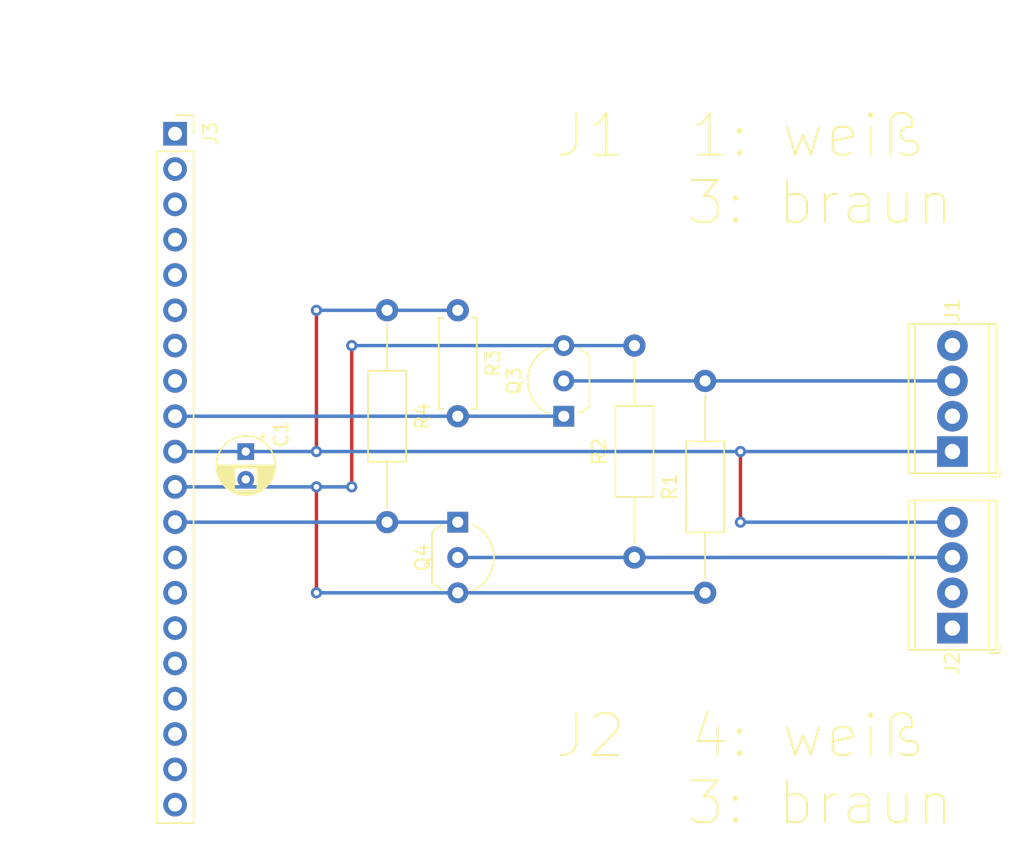
<source format=kicad_pcb>
(kicad_pcb (version 20171130) (host pcbnew "(5.1.10)-1")

  (general
    (thickness 1.6)
    (drawings 16)
    (tracks 28)
    (zones 0)
    (modules 10)
    (nets 7)
  )

  (page A4)
  (title_block
    (title "EHZ Sensor")
    (date 2022-01-01)
    (rev 1.0)
    (company "Andreas Dolp")
    (comment 1 "GitHub: e-cite/ehz-sensor")
  )

  (layers
    (0 F.Cu signal)
    (31 B.Cu signal)
    (32 B.Adhes user)
    (33 F.Adhes user)
    (34 B.Paste user)
    (35 F.Paste user)
    (36 B.SilkS user)
    (37 F.SilkS user)
    (38 B.Mask user)
    (39 F.Mask user)
    (40 Dwgs.User user)
    (41 Cmts.User user)
    (42 Eco1.User user)
    (43 Eco2.User user)
    (44 Edge.Cuts user)
    (45 Margin user)
    (46 B.CrtYd user)
    (47 F.CrtYd user)
    (48 B.Fab user)
    (49 F.Fab user)
  )

  (setup
    (last_trace_width 0.25)
    (trace_clearance 0.2)
    (zone_clearance 0.508)
    (zone_45_only no)
    (trace_min 0.2)
    (via_size 0.8)
    (via_drill 0.4)
    (via_min_size 0.4)
    (via_min_drill 0.3)
    (uvia_size 0.3)
    (uvia_drill 0.1)
    (uvias_allowed no)
    (uvia_min_size 0.2)
    (uvia_min_drill 0.1)
    (edge_width 0.1)
    (segment_width 0.2)
    (pcb_text_width 0.3)
    (pcb_text_size 1.5 1.5)
    (mod_edge_width 0.15)
    (mod_text_size 1 1)
    (mod_text_width 0.15)
    (pad_size 1.524 1.524)
    (pad_drill 0.762)
    (pad_to_mask_clearance 0)
    (aux_axis_origin 0 0)
    (visible_elements 7FFFFFFF)
    (pcbplotparams
      (layerselection 0x010fc_ffffffff)
      (usegerberextensions false)
      (usegerberattributes true)
      (usegerberadvancedattributes true)
      (creategerberjobfile true)
      (excludeedgelayer true)
      (linewidth 0.100000)
      (plotframeref false)
      (viasonmask false)
      (mode 1)
      (useauxorigin false)
      (hpglpennumber 1)
      (hpglpenspeed 20)
      (hpglpendiameter 15.000000)
      (psnegative false)
      (psa4output false)
      (plotreference true)
      (plotvalue true)
      (plotinvisibletext false)
      (padsonsilk false)
      (subtractmaskfromsilk false)
      (outputformat 1)
      (mirror false)
      (drillshape 1)
      (scaleselection 1)
      (outputdirectory ""))
  )

  (net 0 "")
  (net 1 +5V)
  (net 2 GND)
  (net 3 "Net-(J1-Pad3)")
  (net 4 "Net-(J2-Pad3)")
  (net 5 /RXD1)
  (net 6 /RXD2)

  (net_class Default "Dies ist die voreingestellte Netzklasse."
    (clearance 0.2)
    (trace_width 0.25)
    (via_dia 0.8)
    (via_drill 0.4)
    (uvia_dia 0.3)
    (uvia_drill 0.1)
    (add_net +5V)
    (add_net /RXD1)
    (add_net /RXD2)
    (add_net GND)
    (add_net "Net-(J1-Pad3)")
    (add_net "Net-(J2-Pad3)")
  )

  (module Resistor_THT:R_Axial_DIN0207_L6.3mm_D2.5mm_P15.24mm_Horizontal (layer F.Cu) (tedit 5AE5139B) (tstamp 61CE6756)
    (at 147.32 104.14 90)
    (descr "Resistor, Axial_DIN0207 series, Axial, Horizontal, pin pitch=15.24mm, 0.25W = 1/4W, length*diameter=6.3*2.5mm^2, http://cdn-reichelt.de/documents/datenblatt/B400/1_4W%23YAG.pdf")
    (tags "Resistor Axial_DIN0207 series Axial Horizontal pin pitch 15.24mm 0.25W = 1/4W length 6.3mm diameter 2.5mm")
    (path /61491C34)
    (fp_text reference R2 (at 7.62 -2.54 90) (layer F.SilkS)
      (effects (font (size 1 1) (thickness 0.15)))
    )
    (fp_text value 10k (at 2.54 0 90) (layer F.Fab)
      (effects (font (size 1 1) (thickness 0.15)))
    )
    (fp_line (start 4.47 -1.25) (end 4.47 1.25) (layer F.Fab) (width 0.1))
    (fp_line (start 4.47 1.25) (end 10.77 1.25) (layer F.Fab) (width 0.1))
    (fp_line (start 10.77 1.25) (end 10.77 -1.25) (layer F.Fab) (width 0.1))
    (fp_line (start 10.77 -1.25) (end 4.47 -1.25) (layer F.Fab) (width 0.1))
    (fp_line (start 0 0) (end 4.47 0) (layer F.Fab) (width 0.1))
    (fp_line (start 15.24 0) (end 10.77 0) (layer F.Fab) (width 0.1))
    (fp_line (start 4.35 -1.37) (end 4.35 1.37) (layer F.SilkS) (width 0.12))
    (fp_line (start 4.35 1.37) (end 10.89 1.37) (layer F.SilkS) (width 0.12))
    (fp_line (start 10.89 1.37) (end 10.89 -1.37) (layer F.SilkS) (width 0.12))
    (fp_line (start 10.89 -1.37) (end 4.35 -1.37) (layer F.SilkS) (width 0.12))
    (fp_line (start 1.04 0) (end 4.35 0) (layer F.SilkS) (width 0.12))
    (fp_line (start 14.2 0) (end 10.89 0) (layer F.SilkS) (width 0.12))
    (fp_line (start -1.05 -1.5) (end -1.05 1.5) (layer F.CrtYd) (width 0.05))
    (fp_line (start -1.05 1.5) (end 16.29 1.5) (layer F.CrtYd) (width 0.05))
    (fp_line (start 16.29 1.5) (end 16.29 -1.5) (layer F.CrtYd) (width 0.05))
    (fp_line (start 16.29 -1.5) (end -1.05 -1.5) (layer F.CrtYd) (width 0.05))
    (fp_text user %R (at 7.62 0 90) (layer F.Fab)
      (effects (font (size 1 1) (thickness 0.15)))
    )
    (pad 2 thru_hole oval (at 15.24 0 90) (size 1.6 1.6) (drill 0.8) (layers *.Cu *.Mask)
      (net 2 GND))
    (pad 1 thru_hole circle (at 0 0 90) (size 1.6 1.6) (drill 0.8) (layers *.Cu *.Mask)
      (net 4 "Net-(J2-Pad3)"))
    (model ${KISYS3DMOD}/Resistor_THT.3dshapes/R_Axial_DIN0207_L6.3mm_D2.5mm_P15.24mm_Horizontal.wrl
      (at (xyz 0 0 0))
      (scale (xyz 1 1 1))
      (rotate (xyz 0 0 0))
    )
  )

  (module Resistor_THT:R_Axial_DIN0207_L6.3mm_D2.5mm_P15.24mm_Horizontal (layer F.Cu) (tedit 5AE5139B) (tstamp 61CE5CE3)
    (at 152.4 91.44 270)
    (descr "Resistor, Axial_DIN0207 series, Axial, Horizontal, pin pitch=15.24mm, 0.25W = 1/4W, length*diameter=6.3*2.5mm^2, http://cdn-reichelt.de/documents/datenblatt/B400/1_4W%23YAG.pdf")
    (tags "Resistor Axial_DIN0207 series Axial Horizontal pin pitch 15.24mm 0.25W = 1/4W length 6.3mm diameter 2.5mm")
    (path /6129C666)
    (fp_text reference R1 (at 7.62 2.54 90) (layer F.SilkS)
      (effects (font (size 1 1) (thickness 0.15)))
    )
    (fp_text value 10k (at 12.7 0 90) (layer F.Fab)
      (effects (font (size 1 1) (thickness 0.15)))
    )
    (fp_line (start 4.47 -1.25) (end 4.47 1.25) (layer F.Fab) (width 0.1))
    (fp_line (start 4.47 1.25) (end 10.77 1.25) (layer F.Fab) (width 0.1))
    (fp_line (start 10.77 1.25) (end 10.77 -1.25) (layer F.Fab) (width 0.1))
    (fp_line (start 10.77 -1.25) (end 4.47 -1.25) (layer F.Fab) (width 0.1))
    (fp_line (start 0 0) (end 4.47 0) (layer F.Fab) (width 0.1))
    (fp_line (start 15.24 0) (end 10.77 0) (layer F.Fab) (width 0.1))
    (fp_line (start 4.35 -1.37) (end 4.35 1.37) (layer F.SilkS) (width 0.12))
    (fp_line (start 4.35 1.37) (end 10.89 1.37) (layer F.SilkS) (width 0.12))
    (fp_line (start 10.89 1.37) (end 10.89 -1.37) (layer F.SilkS) (width 0.12))
    (fp_line (start 10.89 -1.37) (end 4.35 -1.37) (layer F.SilkS) (width 0.12))
    (fp_line (start 1.04 0) (end 4.35 0) (layer F.SilkS) (width 0.12))
    (fp_line (start 14.2 0) (end 10.89 0) (layer F.SilkS) (width 0.12))
    (fp_line (start -1.05 -1.5) (end -1.05 1.5) (layer F.CrtYd) (width 0.05))
    (fp_line (start -1.05 1.5) (end 16.29 1.5) (layer F.CrtYd) (width 0.05))
    (fp_line (start 16.29 1.5) (end 16.29 -1.5) (layer F.CrtYd) (width 0.05))
    (fp_line (start 16.29 -1.5) (end -1.05 -1.5) (layer F.CrtYd) (width 0.05))
    (fp_text user %R (at 7.62 0 90) (layer F.Fab)
      (effects (font (size 1 1) (thickness 0.15)))
    )
    (pad 2 thru_hole oval (at 15.24 0 270) (size 1.6 1.6) (drill 0.8) (layers *.Cu *.Mask)
      (net 2 GND))
    (pad 1 thru_hole circle (at 0 0 270) (size 1.6 1.6) (drill 0.8) (layers *.Cu *.Mask)
      (net 3 "Net-(J1-Pad3)"))
    (model ${KISYS3DMOD}/Resistor_THT.3dshapes/R_Axial_DIN0207_L6.3mm_D2.5mm_P15.24mm_Horizontal.wrl
      (at (xyz 0 0 0))
      (scale (xyz 1 1 1))
      (rotate (xyz 0 0 0))
    )
  )

  (module Resistor_THT:R_Axial_DIN0207_L6.3mm_D2.5mm_P7.62mm_Horizontal (layer F.Cu) (tedit 5AE5139B) (tstamp 61CE5C1F)
    (at 134.62 86.36 270)
    (descr "Resistor, Axial_DIN0207 series, Axial, Horizontal, pin pitch=7.62mm, 0.25W = 1/4W, length*diameter=6.3*2.5mm^2, http://cdn-reichelt.de/documents/datenblatt/B400/1_4W%23YAG.pdf")
    (tags "Resistor Axial_DIN0207 series Axial Horizontal pin pitch 7.62mm 0.25W = 1/4W length 6.3mm diameter 2.5mm")
    (path /61339553)
    (fp_text reference R3 (at 3.81 -2.54 90) (layer F.SilkS)
      (effects (font (size 1 1) (thickness 0.15)))
    )
    (fp_text value 10k (at 3.81 2.54 90) (layer F.Fab)
      (effects (font (size 1 1) (thickness 0.15)))
    )
    (fp_line (start 0.66 -1.25) (end 0.66 1.25) (layer F.Fab) (width 0.1))
    (fp_line (start 0.66 1.25) (end 6.96 1.25) (layer F.Fab) (width 0.1))
    (fp_line (start 6.96 1.25) (end 6.96 -1.25) (layer F.Fab) (width 0.1))
    (fp_line (start 6.96 -1.25) (end 0.66 -1.25) (layer F.Fab) (width 0.1))
    (fp_line (start 0 0) (end 0.66 0) (layer F.Fab) (width 0.1))
    (fp_line (start 7.62 0) (end 6.96 0) (layer F.Fab) (width 0.1))
    (fp_line (start 0.54 -1.04) (end 0.54 -1.37) (layer F.SilkS) (width 0.12))
    (fp_line (start 0.54 -1.37) (end 7.08 -1.37) (layer F.SilkS) (width 0.12))
    (fp_line (start 7.08 -1.37) (end 7.08 -1.04) (layer F.SilkS) (width 0.12))
    (fp_line (start 0.54 1.04) (end 0.54 1.37) (layer F.SilkS) (width 0.12))
    (fp_line (start 0.54 1.37) (end 7.08 1.37) (layer F.SilkS) (width 0.12))
    (fp_line (start 7.08 1.37) (end 7.08 1.04) (layer F.SilkS) (width 0.12))
    (fp_line (start -1.05 -1.5) (end -1.05 1.5) (layer F.CrtYd) (width 0.05))
    (fp_line (start -1.05 1.5) (end 8.67 1.5) (layer F.CrtYd) (width 0.05))
    (fp_line (start 8.67 1.5) (end 8.67 -1.5) (layer F.CrtYd) (width 0.05))
    (fp_line (start 8.67 -1.5) (end -1.05 -1.5) (layer F.CrtYd) (width 0.05))
    (fp_text user %R (at 3.81 0 90) (layer F.Fab)
      (effects (font (size 1 1) (thickness 0.15)))
    )
    (pad 2 thru_hole oval (at 7.62 0 270) (size 1.6 1.6) (drill 0.8) (layers *.Cu *.Mask)
      (net 5 /RXD1))
    (pad 1 thru_hole circle (at 0 0 270) (size 1.6 1.6) (drill 0.8) (layers *.Cu *.Mask)
      (net 1 +5V))
    (model ${KISYS3DMOD}/Resistor_THT.3dshapes/R_Axial_DIN0207_L6.3mm_D2.5mm_P7.62mm_Horizontal.wrl
      (at (xyz 0 0 0))
      (scale (xyz 1 1 1))
      (rotate (xyz 0 0 0))
    )
  )

  (module Resistor_THT:R_Axial_DIN0207_L6.3mm_D2.5mm_P15.24mm_Horizontal (layer F.Cu) (tedit 5AE5139B) (tstamp 61CE3311)
    (at 129.54 86.36 270)
    (descr "Resistor, Axial_DIN0207 series, Axial, Horizontal, pin pitch=15.24mm, 0.25W = 1/4W, length*diameter=6.3*2.5mm^2, http://cdn-reichelt.de/documents/datenblatt/B400/1_4W%23YAG.pdf")
    (tags "Resistor Axial_DIN0207 series Axial Horizontal pin pitch 15.24mm 0.25W = 1/4W length 6.3mm diameter 2.5mm")
    (path /6149E45B)
    (fp_text reference R4 (at 7.62 -2.54 90) (layer F.SilkS)
      (effects (font (size 1 1) (thickness 0.15)))
    )
    (fp_text value 10k (at 12.7 0 90) (layer F.Fab)
      (effects (font (size 1 1) (thickness 0.15)))
    )
    (fp_line (start 4.47 -1.25) (end 4.47 1.25) (layer F.Fab) (width 0.1))
    (fp_line (start 4.47 1.25) (end 10.77 1.25) (layer F.Fab) (width 0.1))
    (fp_line (start 10.77 1.25) (end 10.77 -1.25) (layer F.Fab) (width 0.1))
    (fp_line (start 10.77 -1.25) (end 4.47 -1.25) (layer F.Fab) (width 0.1))
    (fp_line (start 0 0) (end 4.47 0) (layer F.Fab) (width 0.1))
    (fp_line (start 15.24 0) (end 10.77 0) (layer F.Fab) (width 0.1))
    (fp_line (start 4.35 -1.37) (end 4.35 1.37) (layer F.SilkS) (width 0.12))
    (fp_line (start 4.35 1.37) (end 10.89 1.37) (layer F.SilkS) (width 0.12))
    (fp_line (start 10.89 1.37) (end 10.89 -1.37) (layer F.SilkS) (width 0.12))
    (fp_line (start 10.89 -1.37) (end 4.35 -1.37) (layer F.SilkS) (width 0.12))
    (fp_line (start 1.04 0) (end 4.35 0) (layer F.SilkS) (width 0.12))
    (fp_line (start 14.2 0) (end 10.89 0) (layer F.SilkS) (width 0.12))
    (fp_line (start -1.05 -1.5) (end -1.05 1.5) (layer F.CrtYd) (width 0.05))
    (fp_line (start -1.05 1.5) (end 16.29 1.5) (layer F.CrtYd) (width 0.05))
    (fp_line (start 16.29 1.5) (end 16.29 -1.5) (layer F.CrtYd) (width 0.05))
    (fp_line (start 16.29 -1.5) (end -1.05 -1.5) (layer F.CrtYd) (width 0.05))
    (fp_text user %R (at 7.62 0 90) (layer F.Fab)
      (effects (font (size 1 1) (thickness 0.15)))
    )
    (pad 2 thru_hole oval (at 15.24 0 270) (size 1.6 1.6) (drill 0.8) (layers *.Cu *.Mask)
      (net 6 /RXD2))
    (pad 1 thru_hole circle (at 0 0 270) (size 1.6 1.6) (drill 0.8) (layers *.Cu *.Mask)
      (net 1 +5V))
    (model ${KISYS3DMOD}/Resistor_THT.3dshapes/R_Axial_DIN0207_L6.3mm_D2.5mm_P15.24mm_Horizontal.wrl
      (at (xyz 0 0 0))
      (scale (xyz 1 1 1))
      (rotate (xyz 0 0 0))
    )
  )

  (module Capacitor_THT:CP_Radial_D4.0mm_P2.00mm (layer F.Cu) (tedit 5AE50EF0) (tstamp 61CE8C51)
    (at 119.38 96.52 270)
    (descr "CP, Radial series, Radial, pin pitch=2.00mm, , diameter=4mm, Electrolytic Capacitor")
    (tags "CP Radial series Radial pin pitch 2.00mm  diameter 4mm Electrolytic Capacitor")
    (path /61295D5A)
    (fp_text reference C1 (at -1.27 -2.54 90) (layer F.SilkS)
      (effects (font (size 1 1) (thickness 0.15)))
    )
    (fp_text value 1µ (at 1.27 -2.54 90) (layer F.Fab)
      (effects (font (size 1 1) (thickness 0.15)))
    )
    (fp_line (start -1.069801 -1.395) (end -1.069801 -0.995) (layer F.SilkS) (width 0.12))
    (fp_line (start -1.269801 -1.195) (end -0.869801 -1.195) (layer F.SilkS) (width 0.12))
    (fp_line (start 3.081 -0.37) (end 3.081 0.37) (layer F.SilkS) (width 0.12))
    (fp_line (start 3.041 -0.537) (end 3.041 0.537) (layer F.SilkS) (width 0.12))
    (fp_line (start 3.001 -0.664) (end 3.001 0.664) (layer F.SilkS) (width 0.12))
    (fp_line (start 2.961 -0.768) (end 2.961 0.768) (layer F.SilkS) (width 0.12))
    (fp_line (start 2.921 -0.859) (end 2.921 0.859) (layer F.SilkS) (width 0.12))
    (fp_line (start 2.881 -0.94) (end 2.881 0.94) (layer F.SilkS) (width 0.12))
    (fp_line (start 2.841 -1.013) (end 2.841 1.013) (layer F.SilkS) (width 0.12))
    (fp_line (start 2.801 0.84) (end 2.801 1.08) (layer F.SilkS) (width 0.12))
    (fp_line (start 2.801 -1.08) (end 2.801 -0.84) (layer F.SilkS) (width 0.12))
    (fp_line (start 2.761 0.84) (end 2.761 1.142) (layer F.SilkS) (width 0.12))
    (fp_line (start 2.761 -1.142) (end 2.761 -0.84) (layer F.SilkS) (width 0.12))
    (fp_line (start 2.721 0.84) (end 2.721 1.2) (layer F.SilkS) (width 0.12))
    (fp_line (start 2.721 -1.2) (end 2.721 -0.84) (layer F.SilkS) (width 0.12))
    (fp_line (start 2.681 0.84) (end 2.681 1.254) (layer F.SilkS) (width 0.12))
    (fp_line (start 2.681 -1.254) (end 2.681 -0.84) (layer F.SilkS) (width 0.12))
    (fp_line (start 2.641 0.84) (end 2.641 1.304) (layer F.SilkS) (width 0.12))
    (fp_line (start 2.641 -1.304) (end 2.641 -0.84) (layer F.SilkS) (width 0.12))
    (fp_line (start 2.601 0.84) (end 2.601 1.351) (layer F.SilkS) (width 0.12))
    (fp_line (start 2.601 -1.351) (end 2.601 -0.84) (layer F.SilkS) (width 0.12))
    (fp_line (start 2.561 0.84) (end 2.561 1.396) (layer F.SilkS) (width 0.12))
    (fp_line (start 2.561 -1.396) (end 2.561 -0.84) (layer F.SilkS) (width 0.12))
    (fp_line (start 2.521 0.84) (end 2.521 1.438) (layer F.SilkS) (width 0.12))
    (fp_line (start 2.521 -1.438) (end 2.521 -0.84) (layer F.SilkS) (width 0.12))
    (fp_line (start 2.481 0.84) (end 2.481 1.478) (layer F.SilkS) (width 0.12))
    (fp_line (start 2.481 -1.478) (end 2.481 -0.84) (layer F.SilkS) (width 0.12))
    (fp_line (start 2.441 0.84) (end 2.441 1.516) (layer F.SilkS) (width 0.12))
    (fp_line (start 2.441 -1.516) (end 2.441 -0.84) (layer F.SilkS) (width 0.12))
    (fp_line (start 2.401 0.84) (end 2.401 1.552) (layer F.SilkS) (width 0.12))
    (fp_line (start 2.401 -1.552) (end 2.401 -0.84) (layer F.SilkS) (width 0.12))
    (fp_line (start 2.361 0.84) (end 2.361 1.587) (layer F.SilkS) (width 0.12))
    (fp_line (start 2.361 -1.587) (end 2.361 -0.84) (layer F.SilkS) (width 0.12))
    (fp_line (start 2.321 0.84) (end 2.321 1.619) (layer F.SilkS) (width 0.12))
    (fp_line (start 2.321 -1.619) (end 2.321 -0.84) (layer F.SilkS) (width 0.12))
    (fp_line (start 2.281 0.84) (end 2.281 1.65) (layer F.SilkS) (width 0.12))
    (fp_line (start 2.281 -1.65) (end 2.281 -0.84) (layer F.SilkS) (width 0.12))
    (fp_line (start 2.241 0.84) (end 2.241 1.68) (layer F.SilkS) (width 0.12))
    (fp_line (start 2.241 -1.68) (end 2.241 -0.84) (layer F.SilkS) (width 0.12))
    (fp_line (start 2.201 0.84) (end 2.201 1.708) (layer F.SilkS) (width 0.12))
    (fp_line (start 2.201 -1.708) (end 2.201 -0.84) (layer F.SilkS) (width 0.12))
    (fp_line (start 2.161 0.84) (end 2.161 1.735) (layer F.SilkS) (width 0.12))
    (fp_line (start 2.161 -1.735) (end 2.161 -0.84) (layer F.SilkS) (width 0.12))
    (fp_line (start 2.121 0.84) (end 2.121 1.76) (layer F.SilkS) (width 0.12))
    (fp_line (start 2.121 -1.76) (end 2.121 -0.84) (layer F.SilkS) (width 0.12))
    (fp_line (start 2.081 0.84) (end 2.081 1.785) (layer F.SilkS) (width 0.12))
    (fp_line (start 2.081 -1.785) (end 2.081 -0.84) (layer F.SilkS) (width 0.12))
    (fp_line (start 2.041 0.84) (end 2.041 1.808) (layer F.SilkS) (width 0.12))
    (fp_line (start 2.041 -1.808) (end 2.041 -0.84) (layer F.SilkS) (width 0.12))
    (fp_line (start 2.001 0.84) (end 2.001 1.83) (layer F.SilkS) (width 0.12))
    (fp_line (start 2.001 -1.83) (end 2.001 -0.84) (layer F.SilkS) (width 0.12))
    (fp_line (start 1.961 0.84) (end 1.961 1.851) (layer F.SilkS) (width 0.12))
    (fp_line (start 1.961 -1.851) (end 1.961 -0.84) (layer F.SilkS) (width 0.12))
    (fp_line (start 1.921 0.84) (end 1.921 1.87) (layer F.SilkS) (width 0.12))
    (fp_line (start 1.921 -1.87) (end 1.921 -0.84) (layer F.SilkS) (width 0.12))
    (fp_line (start 1.881 0.84) (end 1.881 1.889) (layer F.SilkS) (width 0.12))
    (fp_line (start 1.881 -1.889) (end 1.881 -0.84) (layer F.SilkS) (width 0.12))
    (fp_line (start 1.841 0.84) (end 1.841 1.907) (layer F.SilkS) (width 0.12))
    (fp_line (start 1.841 -1.907) (end 1.841 -0.84) (layer F.SilkS) (width 0.12))
    (fp_line (start 1.801 0.84) (end 1.801 1.924) (layer F.SilkS) (width 0.12))
    (fp_line (start 1.801 -1.924) (end 1.801 -0.84) (layer F.SilkS) (width 0.12))
    (fp_line (start 1.761 0.84) (end 1.761 1.94) (layer F.SilkS) (width 0.12))
    (fp_line (start 1.761 -1.94) (end 1.761 -0.84) (layer F.SilkS) (width 0.12))
    (fp_line (start 1.721 0.84) (end 1.721 1.954) (layer F.SilkS) (width 0.12))
    (fp_line (start 1.721 -1.954) (end 1.721 -0.84) (layer F.SilkS) (width 0.12))
    (fp_line (start 1.68 0.84) (end 1.68 1.968) (layer F.SilkS) (width 0.12))
    (fp_line (start 1.68 -1.968) (end 1.68 -0.84) (layer F.SilkS) (width 0.12))
    (fp_line (start 1.64 0.84) (end 1.64 1.982) (layer F.SilkS) (width 0.12))
    (fp_line (start 1.64 -1.982) (end 1.64 -0.84) (layer F.SilkS) (width 0.12))
    (fp_line (start 1.6 0.84) (end 1.6 1.994) (layer F.SilkS) (width 0.12))
    (fp_line (start 1.6 -1.994) (end 1.6 -0.84) (layer F.SilkS) (width 0.12))
    (fp_line (start 1.56 0.84) (end 1.56 2.005) (layer F.SilkS) (width 0.12))
    (fp_line (start 1.56 -2.005) (end 1.56 -0.84) (layer F.SilkS) (width 0.12))
    (fp_line (start 1.52 0.84) (end 1.52 2.016) (layer F.SilkS) (width 0.12))
    (fp_line (start 1.52 -2.016) (end 1.52 -0.84) (layer F.SilkS) (width 0.12))
    (fp_line (start 1.48 0.84) (end 1.48 2.025) (layer F.SilkS) (width 0.12))
    (fp_line (start 1.48 -2.025) (end 1.48 -0.84) (layer F.SilkS) (width 0.12))
    (fp_line (start 1.44 0.84) (end 1.44 2.034) (layer F.SilkS) (width 0.12))
    (fp_line (start 1.44 -2.034) (end 1.44 -0.84) (layer F.SilkS) (width 0.12))
    (fp_line (start 1.4 0.84) (end 1.4 2.042) (layer F.SilkS) (width 0.12))
    (fp_line (start 1.4 -2.042) (end 1.4 -0.84) (layer F.SilkS) (width 0.12))
    (fp_line (start 1.36 0.84) (end 1.36 2.05) (layer F.SilkS) (width 0.12))
    (fp_line (start 1.36 -2.05) (end 1.36 -0.84) (layer F.SilkS) (width 0.12))
    (fp_line (start 1.32 0.84) (end 1.32 2.056) (layer F.SilkS) (width 0.12))
    (fp_line (start 1.32 -2.056) (end 1.32 -0.84) (layer F.SilkS) (width 0.12))
    (fp_line (start 1.28 0.84) (end 1.28 2.062) (layer F.SilkS) (width 0.12))
    (fp_line (start 1.28 -2.062) (end 1.28 -0.84) (layer F.SilkS) (width 0.12))
    (fp_line (start 1.24 0.84) (end 1.24 2.067) (layer F.SilkS) (width 0.12))
    (fp_line (start 1.24 -2.067) (end 1.24 -0.84) (layer F.SilkS) (width 0.12))
    (fp_line (start 1.2 0.84) (end 1.2 2.071) (layer F.SilkS) (width 0.12))
    (fp_line (start 1.2 -2.071) (end 1.2 -0.84) (layer F.SilkS) (width 0.12))
    (fp_line (start 1.16 -2.074) (end 1.16 2.074) (layer F.SilkS) (width 0.12))
    (fp_line (start 1.12 -2.077) (end 1.12 2.077) (layer F.SilkS) (width 0.12))
    (fp_line (start 1.08 -2.079) (end 1.08 2.079) (layer F.SilkS) (width 0.12))
    (fp_line (start 1.04 -2.08) (end 1.04 2.08) (layer F.SilkS) (width 0.12))
    (fp_line (start 1 -2.08) (end 1 2.08) (layer F.SilkS) (width 0.12))
    (fp_line (start -0.502554 -1.0675) (end -0.502554 -0.6675) (layer F.Fab) (width 0.1))
    (fp_line (start -0.702554 -0.8675) (end -0.302554 -0.8675) (layer F.Fab) (width 0.1))
    (fp_circle (center 1 0) (end 3.25 0) (layer F.CrtYd) (width 0.05))
    (fp_circle (center 1 0) (end 3.12 0) (layer F.SilkS) (width 0.12))
    (fp_circle (center 1 0) (end 3 0) (layer F.Fab) (width 0.1))
    (fp_text user %R (at 1 0 90) (layer F.Fab)
      (effects (font (size 0.8 0.8) (thickness 0.12)))
    )
    (pad 1 thru_hole rect (at 0 0 270) (size 1.2 1.2) (drill 0.6) (layers *.Cu *.Mask)
      (net 1 +5V))
    (pad 2 thru_hole circle (at 2 0 270) (size 1.2 1.2) (drill 0.6) (layers *.Cu *.Mask)
      (net 2 GND))
    (model ${KISYS3DMOD}/Capacitor_THT.3dshapes/CP_Radial_D4.0mm_P2.00mm.wrl
      (at (xyz 0 0 0))
      (scale (xyz 1 1 1))
      (rotate (xyz 0 0 0))
    )
  )

  (module TerminalBlock_Phoenix:TerminalBlock_Phoenix_MPT-0,5-4-2.54_1x04_P2.54mm_Horizontal (layer F.Cu) (tedit 5B294F98) (tstamp 61D06A6D)
    (at 170.18 96.52 90)
    (descr "Terminal Block Phoenix MPT-0,5-4-2.54, 4 pins, pitch 2.54mm, size 10.6x6.2mm^2, drill diamater 1.1mm, pad diameter 2.2mm, see http://www.mouser.com/ds/2/324/ItemDetail_1725672-916605.pdf, script-generated using https://github.com/pointhi/kicad-footprint-generator/scripts/TerminalBlock_Phoenix")
    (tags "THT Terminal Block Phoenix MPT-0,5-4-2.54 pitch 2.54mm size 10.6x6.2mm^2 drill 1.1mm pad 2.2mm")
    (path /6146A3CA)
    (fp_text reference J1 (at 10.16 0 90) (layer F.SilkS)
      (effects (font (size 1 1) (thickness 0.15)))
    )
    (fp_text value Screw-Terminal (at 3.81 4.16 90) (layer F.Fab)
      (effects (font (size 1 1) (thickness 0.15)))
    )
    (fp_circle (center 0 0) (end 1.1 0) (layer F.Fab) (width 0.1))
    (fp_circle (center 2.54 0) (end 3.64 0) (layer F.Fab) (width 0.1))
    (fp_circle (center 5.08 0) (end 6.18 0) (layer F.Fab) (width 0.1))
    (fp_circle (center 7.62 0) (end 8.72 0) (layer F.Fab) (width 0.1))
    (fp_line (start -1.5 -3.1) (end 9.12 -3.1) (layer F.Fab) (width 0.1))
    (fp_line (start 9.12 -3.1) (end 9.12 3.1) (layer F.Fab) (width 0.1))
    (fp_line (start 9.12 3.1) (end -1 3.1) (layer F.Fab) (width 0.1))
    (fp_line (start -1 3.1) (end -1.5 2.6) (layer F.Fab) (width 0.1))
    (fp_line (start -1.5 2.6) (end -1.5 -3.1) (layer F.Fab) (width 0.1))
    (fp_line (start -1.5 2.6) (end 9.12 2.6) (layer F.Fab) (width 0.1))
    (fp_line (start -1.56 2.6) (end 9.18 2.6) (layer F.SilkS) (width 0.12))
    (fp_line (start -1.5 -2.7) (end 9.12 -2.7) (layer F.Fab) (width 0.1))
    (fp_line (start -1.56 -2.7) (end 9.18 -2.7) (layer F.SilkS) (width 0.12))
    (fp_line (start -1.56 -3.16) (end 9.18 -3.16) (layer F.SilkS) (width 0.12))
    (fp_line (start -1.56 3.16) (end 9.18 3.16) (layer F.SilkS) (width 0.12))
    (fp_line (start -1.56 -3.16) (end -1.56 3.16) (layer F.SilkS) (width 0.12))
    (fp_line (start 9.18 -3.16) (end 9.18 3.16) (layer F.SilkS) (width 0.12))
    (fp_line (start 0.835 -0.7) (end -0.701 0.835) (layer F.Fab) (width 0.1))
    (fp_line (start 0.701 -0.835) (end -0.835 0.7) (layer F.Fab) (width 0.1))
    (fp_line (start 3.375 -0.7) (end 1.84 0.835) (layer F.Fab) (width 0.1))
    (fp_line (start 3.241 -0.835) (end 1.706 0.7) (layer F.Fab) (width 0.1))
    (fp_line (start 5.915 -0.7) (end 4.38 0.835) (layer F.Fab) (width 0.1))
    (fp_line (start 5.781 -0.835) (end 4.246 0.7) (layer F.Fab) (width 0.1))
    (fp_line (start 8.455 -0.7) (end 6.92 0.835) (layer F.Fab) (width 0.1))
    (fp_line (start 8.321 -0.835) (end 6.786 0.7) (layer F.Fab) (width 0.1))
    (fp_line (start -1.8 2.66) (end -1.8 3.4) (layer F.SilkS) (width 0.12))
    (fp_line (start -1.8 3.4) (end -1.3 3.4) (layer F.SilkS) (width 0.12))
    (fp_line (start -2 -3.6) (end -2 3.6) (layer F.CrtYd) (width 0.05))
    (fp_line (start -2 3.6) (end 9.63 3.6) (layer F.CrtYd) (width 0.05))
    (fp_line (start 9.63 3.6) (end 9.63 -3.6) (layer F.CrtYd) (width 0.05))
    (fp_line (start 9.63 -3.6) (end -2 -3.6) (layer F.CrtYd) (width 0.05))
    (fp_text user %R (at 3.81 2 90) (layer F.Fab)
      (effects (font (size 1 1) (thickness 0.15)))
    )
    (pad 4 thru_hole circle (at 7.62 0 90) (size 2.2 2.2) (drill 1.1) (layers *.Cu *.Mask))
    (pad 3 thru_hole circle (at 5.08 0 90) (size 2.2 2.2) (drill 1.1) (layers *.Cu *.Mask)
      (net 3 "Net-(J1-Pad3)"))
    (pad 2 thru_hole circle (at 2.54 0 90) (size 2.2 2.2) (drill 1.1) (layers *.Cu *.Mask))
    (pad 1 thru_hole rect (at 0 0 90) (size 2.2 2.2) (drill 1.1) (layers *.Cu *.Mask)
      (net 1 +5V))
    (model ${KISYS3DMOD}/TerminalBlock_Phoenix.3dshapes/TerminalBlock_Phoenix_MPT-0,5-4-2.54_1x04_P2.54mm_Horizontal.wrl
      (at (xyz 0 0 0))
      (scale (xyz 1 1 1))
      (rotate (xyz 0 0 0))
    )
  )

  (module TerminalBlock_Phoenix:TerminalBlock_Phoenix_MPT-0,5-4-2.54_1x04_P2.54mm_Horizontal (layer F.Cu) (tedit 5B294F98) (tstamp 61D069F8)
    (at 170.18 109.22 90)
    (descr "Terminal Block Phoenix MPT-0,5-4-2.54, 4 pins, pitch 2.54mm, size 10.6x6.2mm^2, drill diamater 1.1mm, pad diameter 2.2mm, see http://www.mouser.com/ds/2/324/ItemDetail_1725672-916605.pdf, script-generated using https://github.com/pointhi/kicad-footprint-generator/scripts/TerminalBlock_Phoenix")
    (tags "THT Terminal Block Phoenix MPT-0,5-4-2.54 pitch 2.54mm size 10.6x6.2mm^2 drill 1.1mm pad 2.2mm")
    (path /6143C592)
    (fp_text reference J2 (at -2.54 0 90) (layer F.SilkS)
      (effects (font (size 1 1) (thickness 0.15)))
    )
    (fp_text value Screw-Terminal (at 3.81 4.16 90) (layer F.Fab)
      (effects (font (size 1 1) (thickness 0.15)))
    )
    (fp_line (start 9.63 -3.6) (end -2 -3.6) (layer F.CrtYd) (width 0.05))
    (fp_line (start 9.63 3.6) (end 9.63 -3.6) (layer F.CrtYd) (width 0.05))
    (fp_line (start -2 3.6) (end 9.63 3.6) (layer F.CrtYd) (width 0.05))
    (fp_line (start -2 -3.6) (end -2 3.6) (layer F.CrtYd) (width 0.05))
    (fp_line (start -1.8 3.4) (end -1.3 3.4) (layer F.SilkS) (width 0.12))
    (fp_line (start -1.8 2.66) (end -1.8 3.4) (layer F.SilkS) (width 0.12))
    (fp_line (start 8.321 -0.835) (end 6.786 0.7) (layer F.Fab) (width 0.1))
    (fp_line (start 8.455 -0.7) (end 6.92 0.835) (layer F.Fab) (width 0.1))
    (fp_line (start 5.781 -0.835) (end 4.246 0.7) (layer F.Fab) (width 0.1))
    (fp_line (start 5.915 -0.7) (end 4.38 0.835) (layer F.Fab) (width 0.1))
    (fp_line (start 3.241 -0.835) (end 1.706 0.7) (layer F.Fab) (width 0.1))
    (fp_line (start 3.375 -0.7) (end 1.84 0.835) (layer F.Fab) (width 0.1))
    (fp_line (start 0.701 -0.835) (end -0.835 0.7) (layer F.Fab) (width 0.1))
    (fp_line (start 0.835 -0.7) (end -0.701 0.835) (layer F.Fab) (width 0.1))
    (fp_line (start 9.18 -3.16) (end 9.18 3.16) (layer F.SilkS) (width 0.12))
    (fp_line (start -1.56 -3.16) (end -1.56 3.16) (layer F.SilkS) (width 0.12))
    (fp_line (start -1.56 3.16) (end 9.18 3.16) (layer F.SilkS) (width 0.12))
    (fp_line (start -1.56 -3.16) (end 9.18 -3.16) (layer F.SilkS) (width 0.12))
    (fp_line (start -1.56 -2.7) (end 9.18 -2.7) (layer F.SilkS) (width 0.12))
    (fp_line (start -1.5 -2.7) (end 9.12 -2.7) (layer F.Fab) (width 0.1))
    (fp_line (start -1.56 2.6) (end 9.18 2.6) (layer F.SilkS) (width 0.12))
    (fp_line (start -1.5 2.6) (end 9.12 2.6) (layer F.Fab) (width 0.1))
    (fp_line (start -1.5 2.6) (end -1.5 -3.1) (layer F.Fab) (width 0.1))
    (fp_line (start -1 3.1) (end -1.5 2.6) (layer F.Fab) (width 0.1))
    (fp_line (start 9.12 3.1) (end -1 3.1) (layer F.Fab) (width 0.1))
    (fp_line (start 9.12 -3.1) (end 9.12 3.1) (layer F.Fab) (width 0.1))
    (fp_line (start -1.5 -3.1) (end 9.12 -3.1) (layer F.Fab) (width 0.1))
    (fp_circle (center 7.62 0) (end 8.72 0) (layer F.Fab) (width 0.1))
    (fp_circle (center 5.08 0) (end 6.18 0) (layer F.Fab) (width 0.1))
    (fp_circle (center 2.54 0) (end 3.64 0) (layer F.Fab) (width 0.1))
    (fp_circle (center 0 0) (end 1.1 0) (layer F.Fab) (width 0.1))
    (fp_text user %R (at 3.81 2 90) (layer F.Fab)
      (effects (font (size 1 1) (thickness 0.15)))
    )
    (pad 1 thru_hole rect (at 0 0 90) (size 2.2 2.2) (drill 1.1) (layers *.Cu *.Mask))
    (pad 2 thru_hole circle (at 2.54 0 90) (size 2.2 2.2) (drill 1.1) (layers *.Cu *.Mask))
    (pad 3 thru_hole circle (at 5.08 0 90) (size 2.2 2.2) (drill 1.1) (layers *.Cu *.Mask)
      (net 4 "Net-(J2-Pad3)"))
    (pad 4 thru_hole circle (at 7.62 0 90) (size 2.2 2.2) (drill 1.1) (layers *.Cu *.Mask)
      (net 1 +5V))
    (model ${KISYS3DMOD}/TerminalBlock_Phoenix.3dshapes/TerminalBlock_Phoenix_MPT-0,5-4-2.54_1x04_P2.54mm_Horizontal.wrl
      (at (xyz 0 0 0))
      (scale (xyz 1 1 1))
      (rotate (xyz 0 0 0))
    )
  )

  (module Connector_PinSocket_2.54mm:PinSocket_1x20_P2.54mm_Vertical (layer F.Cu) (tedit 5A19A41E) (tstamp 61CE8F12)
    (at 114.3 73.66)
    (descr "Through hole straight socket strip, 1x20, 2.54mm pitch, single row (from Kicad 4.0.7), script generated")
    (tags "Through hole socket strip THT 1x20 2.54mm single row")
    (path /61CEF7F0)
    (fp_text reference J3 (at 2.54 0 90) (layer F.SilkS)
      (effects (font (size 1 1) (thickness 0.15)))
    )
    (fp_text value "Buchsenleiste 20x" (at 2.54 8.89 90) (layer F.Fab)
      (effects (font (size 1 1) (thickness 0.15)))
    )
    (fp_line (start -1.8 50) (end -1.8 -1.8) (layer F.CrtYd) (width 0.05))
    (fp_line (start 1.75 50) (end -1.8 50) (layer F.CrtYd) (width 0.05))
    (fp_line (start 1.75 -1.8) (end 1.75 50) (layer F.CrtYd) (width 0.05))
    (fp_line (start -1.8 -1.8) (end 1.75 -1.8) (layer F.CrtYd) (width 0.05))
    (fp_line (start 0 -1.33) (end 1.33 -1.33) (layer F.SilkS) (width 0.12))
    (fp_line (start 1.33 -1.33) (end 1.33 0) (layer F.SilkS) (width 0.12))
    (fp_line (start 1.33 1.27) (end 1.33 49.59) (layer F.SilkS) (width 0.12))
    (fp_line (start -1.33 49.59) (end 1.33 49.59) (layer F.SilkS) (width 0.12))
    (fp_line (start -1.33 1.27) (end -1.33 49.59) (layer F.SilkS) (width 0.12))
    (fp_line (start -1.33 1.27) (end 1.33 1.27) (layer F.SilkS) (width 0.12))
    (fp_line (start -1.27 49.53) (end -1.27 -1.27) (layer F.Fab) (width 0.1))
    (fp_line (start 1.27 49.53) (end -1.27 49.53) (layer F.Fab) (width 0.1))
    (fp_line (start 1.27 -0.635) (end 1.27 49.53) (layer F.Fab) (width 0.1))
    (fp_line (start 0.635 -1.27) (end 1.27 -0.635) (layer F.Fab) (width 0.1))
    (fp_line (start -1.27 -1.27) (end 0.635 -1.27) (layer F.Fab) (width 0.1))
    (fp_text user %R (at 2.54 17.78 90) (layer F.Fab)
      (effects (font (size 1 1) (thickness 0.15)))
    )
    (pad 1 thru_hole rect (at 0 0) (size 1.7 1.7) (drill 1) (layers *.Cu *.Mask))
    (pad 2 thru_hole oval (at 0 2.54) (size 1.7 1.7) (drill 1) (layers *.Cu *.Mask))
    (pad 3 thru_hole oval (at 0 5.08) (size 1.7 1.7) (drill 1) (layers *.Cu *.Mask))
    (pad 4 thru_hole oval (at 0 7.62) (size 1.7 1.7) (drill 1) (layers *.Cu *.Mask))
    (pad 5 thru_hole oval (at 0 10.16) (size 1.7 1.7) (drill 1) (layers *.Cu *.Mask))
    (pad 6 thru_hole oval (at 0 12.7) (size 1.7 1.7) (drill 1) (layers *.Cu *.Mask))
    (pad 7 thru_hole oval (at 0 15.24) (size 1.7 1.7) (drill 1) (layers *.Cu *.Mask))
    (pad 8 thru_hole oval (at 0 17.78) (size 1.7 1.7) (drill 1) (layers *.Cu *.Mask))
    (pad 9 thru_hole oval (at 0 20.32) (size 1.7 1.7) (drill 1) (layers *.Cu *.Mask)
      (net 5 /RXD1))
    (pad 10 thru_hole oval (at 0 22.86) (size 1.7 1.7) (drill 1) (layers *.Cu *.Mask)
      (net 1 +5V))
    (pad 11 thru_hole oval (at 0 25.4) (size 1.7 1.7) (drill 1) (layers *.Cu *.Mask)
      (net 2 GND))
    (pad 12 thru_hole oval (at 0 27.94) (size 1.7 1.7) (drill 1) (layers *.Cu *.Mask)
      (net 6 /RXD2))
    (pad 13 thru_hole oval (at 0 30.48) (size 1.7 1.7) (drill 1) (layers *.Cu *.Mask))
    (pad 14 thru_hole oval (at 0 33.02) (size 1.7 1.7) (drill 1) (layers *.Cu *.Mask))
    (pad 15 thru_hole oval (at 0 35.56) (size 1.7 1.7) (drill 1) (layers *.Cu *.Mask))
    (pad 16 thru_hole oval (at 0 38.1) (size 1.7 1.7) (drill 1) (layers *.Cu *.Mask))
    (pad 17 thru_hole oval (at 0 40.64) (size 1.7 1.7) (drill 1) (layers *.Cu *.Mask))
    (pad 18 thru_hole oval (at 0 43.18) (size 1.7 1.7) (drill 1) (layers *.Cu *.Mask))
    (pad 19 thru_hole oval (at 0 45.72) (size 1.7 1.7) (drill 1) (layers *.Cu *.Mask))
    (pad 20 thru_hole oval (at 0 48.26) (size 1.7 1.7) (drill 1) (layers *.Cu *.Mask))
    (model ${KISYS3DMOD}/Connector_PinSocket_2.54mm.3dshapes/PinSocket_1x20_P2.54mm_Vertical.wrl
      (at (xyz 0 0 0))
      (scale (xyz 1 1 1))
      (rotate (xyz 0 0 0))
    )
  )

  (module Package_TO_SOT_THT:TO-92_Inline_Wide (layer F.Cu) (tedit 5A02FF81) (tstamp 61CE5DDC)
    (at 142.24 93.98 90)
    (descr "TO-92 leads in-line, wide, drill 0.75mm (see NXP sot054_po.pdf)")
    (tags "to-92 sc-43 sc-43a sot54 PA33 transistor")
    (path /612F8AA0)
    (fp_text reference Q3 (at 2.54 -3.56 90) (layer F.SilkS)
      (effects (font (size 1 1) (thickness 0.15)))
    )
    (fp_text value BC548 (at 2.54 2.79 90) (layer F.Fab)
      (effects (font (size 1 1) (thickness 0.15)))
    )
    (fp_line (start 0.74 1.85) (end 4.34 1.85) (layer F.SilkS) (width 0.12))
    (fp_line (start 0.8 1.75) (end 4.3 1.75) (layer F.Fab) (width 0.1))
    (fp_line (start -1.01 -2.73) (end 6.09 -2.73) (layer F.CrtYd) (width 0.05))
    (fp_line (start -1.01 -2.73) (end -1.01 2.01) (layer F.CrtYd) (width 0.05))
    (fp_line (start 6.09 2.01) (end 6.09 -2.73) (layer F.CrtYd) (width 0.05))
    (fp_line (start 6.09 2.01) (end -1.01 2.01) (layer F.CrtYd) (width 0.05))
    (fp_arc (start 2.54 0) (end 4.34 1.85) (angle -20) (layer F.SilkS) (width 0.12))
    (fp_arc (start 2.54 0) (end 2.54 -2.48) (angle -135) (layer F.Fab) (width 0.1))
    (fp_arc (start 2.54 0) (end 2.54 -2.48) (angle 135) (layer F.Fab) (width 0.1))
    (fp_arc (start 2.54 0) (end 2.54 -2.6) (angle 65) (layer F.SilkS) (width 0.12))
    (fp_arc (start 2.54 0) (end 2.54 -2.6) (angle -65) (layer F.SilkS) (width 0.12))
    (fp_arc (start 2.54 0) (end 0.74 1.85) (angle 20) (layer F.SilkS) (width 0.12))
    (fp_text user %R (at 2.54 0 90) (layer F.Fab)
      (effects (font (size 1 1) (thickness 0.15)))
    )
    (pad 1 thru_hole rect (at 0 0 90) (size 1.5 1.5) (drill 0.8) (layers *.Cu *.Mask)
      (net 5 /RXD1))
    (pad 3 thru_hole circle (at 5.08 0 90) (size 1.5 1.5) (drill 0.8) (layers *.Cu *.Mask)
      (net 2 GND))
    (pad 2 thru_hole circle (at 2.54 0 90) (size 1.5 1.5) (drill 0.8) (layers *.Cu *.Mask)
      (net 3 "Net-(J1-Pad3)"))
    (model ${KISYS3DMOD}/Package_TO_SOT_THT.3dshapes/TO-92_Inline_Wide.wrl
      (at (xyz 0 0 0))
      (scale (xyz 1 1 1))
      (rotate (xyz 0 0 0))
    )
  )

  (module Package_TO_SOT_THT:TO-92_Inline_Wide (layer F.Cu) (tedit 5A02FF81) (tstamp 61CE81CD)
    (at 134.62 101.6 270)
    (descr "TO-92 leads in-line, wide, drill 0.75mm (see NXP sot054_po.pdf)")
    (tags "to-92 sc-43 sc-43a sot54 PA33 transistor")
    (path /614A0554)
    (fp_text reference Q4 (at 2.54 2.54 90) (layer F.SilkS)
      (effects (font (size 1 1) (thickness 0.15)))
    )
    (fp_text value BC548 (at 2.54 -3.81 90) (layer F.Fab)
      (effects (font (size 1 1) (thickness 0.15)))
    )
    (fp_line (start 6.09 2.01) (end -1.01 2.01) (layer F.CrtYd) (width 0.05))
    (fp_line (start 6.09 2.01) (end 6.09 -2.73) (layer F.CrtYd) (width 0.05))
    (fp_line (start -1.01 -2.73) (end -1.01 2.01) (layer F.CrtYd) (width 0.05))
    (fp_line (start -1.01 -2.73) (end 6.09 -2.73) (layer F.CrtYd) (width 0.05))
    (fp_line (start 0.8 1.75) (end 4.3 1.75) (layer F.Fab) (width 0.1))
    (fp_line (start 0.74 1.85) (end 4.34 1.85) (layer F.SilkS) (width 0.12))
    (fp_text user %R (at 2.54 0 90) (layer F.Fab)
      (effects (font (size 1 1) (thickness 0.15)))
    )
    (fp_arc (start 2.54 0) (end 0.74 1.85) (angle 20) (layer F.SilkS) (width 0.12))
    (fp_arc (start 2.54 0) (end 2.54 -2.6) (angle -65) (layer F.SilkS) (width 0.12))
    (fp_arc (start 2.54 0) (end 2.54 -2.6) (angle 65) (layer F.SilkS) (width 0.12))
    (fp_arc (start 2.54 0) (end 2.54 -2.48) (angle 135) (layer F.Fab) (width 0.1))
    (fp_arc (start 2.54 0) (end 2.54 -2.48) (angle -135) (layer F.Fab) (width 0.1))
    (fp_arc (start 2.54 0) (end 4.34 1.85) (angle -20) (layer F.SilkS) (width 0.12))
    (pad 2 thru_hole circle (at 2.54 0 270) (size 1.5 1.5) (drill 0.8) (layers *.Cu *.Mask)
      (net 4 "Net-(J2-Pad3)"))
    (pad 3 thru_hole circle (at 5.08 0 270) (size 1.5 1.5) (drill 0.8) (layers *.Cu *.Mask)
      (net 2 GND))
    (pad 1 thru_hole rect (at 0 0 270) (size 1.5 1.5) (drill 0.8) (layers *.Cu *.Mask)
      (net 6 /RXD2))
    (model ${KISYS3DMOD}/Package_TO_SOT_THT.3dshapes/TO-92_Inline_Wide.wrl
      (at (xyz 0 0 0))
      (scale (xyz 1 1 1))
      (rotate (xyz 0 0 0))
    )
  )

  (gr_text "J2  4: weiß\n     3: braun" (at 154.94 119.38) (layer F.SilkS) (tstamp 61D06C5F)
    (effects (font (size 3 3) (thickness 0.15)))
  )
  (gr_text "J1  1: weiß\n     3: braun" (at 154.94 76.2) (layer F.SilkS)
    (effects (font (size 3 3) (thickness 0.15)))
  )
  (gr_text RXD1 (at 111.76 93.98) (layer F.Fab)
    (effects (font (size 1 1) (thickness 0.15)) (justify right))
  )
  (gr_text +VDD (at 111.76 96.52) (layer F.Fab)
    (effects (font (size 1 1) (thickness 0.15)) (justify right))
  )
  (gr_text -GND (at 111.76 99.06) (layer F.Fab)
    (effects (font (size 1 1) (thickness 0.15)) (justify right))
  )
  (gr_text RXD2 (at 111.76 101.6) (layer F.Fab)
    (effects (font (size 1 1) (thickness 0.15)) (justify right))
  )
  (gr_poly (pts (xy 166.37 90.17) (xy 163.83 90.17) (xy 163.83 87.63) (xy 166.37 87.63)) (layer Dwgs.User) (width 0.1) (tstamp 61D06ABF))
  (gr_poly (pts (xy 166.37 95.25) (xy 163.83 95.25) (xy 163.83 92.71) (xy 166.37 92.71)) (layer Dwgs.User) (width 0.1) (tstamp 61D06AC2))
  (gr_poly (pts (xy 143.51 102.87) (xy 140.97 102.87) (xy 140.97 100.33) (xy 143.51 100.33)) (layer Dwgs.User) (width 0.1))
  (gr_poly (pts (xy 166.37 110.49) (xy 163.83 110.49) (xy 163.83 105.41) (xy 166.37 105.41)) (layer Dwgs.User) (width 0.1) (tstamp 61D06ABC))
  (dimension 53.34 (width 0.15) (layer Dwgs.User) (tstamp 61D06C23)
    (gr_text "53,340 mm" (at 105.38 97.79 90) (layer Dwgs.User) (tstamp 61D06C24)
      (effects (font (size 1 1) (thickness 0.15)))
    )
    (feature1 (pts (xy 111.76 71.12) (xy 106.093579 71.12)))
    (feature2 (pts (xy 111.76 124.46) (xy 106.093579 124.46)))
    (crossbar (pts (xy 106.68 124.46) (xy 106.68 71.12)))
    (arrow1a (pts (xy 106.68 71.12) (xy 107.266421 72.246504)))
    (arrow1b (pts (xy 106.68 71.12) (xy 106.093579 72.246504)))
    (arrow2a (pts (xy 106.68 124.46) (xy 107.266421 123.333496)))
    (arrow2b (pts (xy 106.68 124.46) (xy 106.093579 123.333496)))
  )
  (dimension 63.5 (width 0.15) (layer Dwgs.User)
    (gr_text "63,500 mm" (at 143.51 64.74) (layer Dwgs.User)
      (effects (font (size 1 1) (thickness 0.15)))
    )
    (feature1 (pts (xy 175.26 71.12) (xy 175.26 65.453579)))
    (feature2 (pts (xy 111.76 71.12) (xy 111.76 65.453579)))
    (crossbar (pts (xy 111.76 66.04) (xy 175.26 66.04)))
    (arrow1a (pts (xy 175.26 66.04) (xy 174.133496 66.626421)))
    (arrow1b (pts (xy 175.26 66.04) (xy 174.133496 65.453579)))
    (arrow2a (pts (xy 111.76 66.04) (xy 112.886504 66.626421)))
    (arrow2b (pts (xy 111.76 66.04) (xy 112.886504 65.453579)))
  )
  (gr_line (start 175.26 71.12) (end 111.76 71.12) (layer Dwgs.User) (width 0.15) (tstamp 61CE0DB0))
  (gr_line (start 175.26 124.46) (end 175.26 71.12) (layer Dwgs.User) (width 0.15))
  (gr_line (start 111.76 124.46) (end 175.26 124.46) (layer Dwgs.User) (width 0.15) (tstamp 61D06C28))
  (gr_line (start 111.76 71.12) (end 111.76 124.46) (layer Dwgs.User) (width 0.15) (tstamp 61D06C1F))

  (via (at 124.46 96.52) (size 0.8) (drill 0.4) (layers F.Cu B.Cu) (net 1))
  (via (at 124.46 86.36) (size 0.8) (drill 0.4) (layers F.Cu B.Cu) (net 1))
  (segment (start 124.46 86.36) (end 124.46 96.52) (width 0.25) (layer F.Cu) (net 1))
  (segment (start 127 96.52) (end 114.3 96.52) (width 0.25) (layer B.Cu) (net 1))
  (segment (start 154.94 96.52) (end 127 96.52) (width 0.25) (layer B.Cu) (net 1))
  (via (at 154.94 96.52) (size 0.8) (drill 0.4) (layers F.Cu B.Cu) (net 1))
  (segment (start 154.94 96.52) (end 154.94 101.6) (width 0.25) (layer F.Cu) (net 1))
  (via (at 154.94 101.6) (size 0.8) (drill 0.4) (layers F.Cu B.Cu) (net 1))
  (segment (start 134.62 86.36) (end 124.46 86.36) (width 0.25) (layer B.Cu) (net 1))
  (segment (start 170.18 101.6) (end 154.94 101.6) (width 0.25) (layer B.Cu) (net 1))
  (segment (start 170.18 96.52) (end 154.94 96.52) (width 0.25) (layer B.Cu) (net 1))
  (segment (start 127 106.68) (end 127 106.68) (width 0.25) (layer B.Cu) (net 2) (tstamp 61CE6997))
  (segment (start 119.38 98.52) (end 119.38 99.06) (width 0.25) (layer B.Cu) (net 2))
  (segment (start 119.38 99.06) (end 124.46 99.06) (width 0.25) (layer B.Cu) (net 2))
  (via (at 124.46 99.06) (size 0.8) (drill 0.4) (layers F.Cu B.Cu) (net 2))
  (segment (start 124.46 106.68) (end 124.46 99.06) (width 0.25) (layer F.Cu) (net 2))
  (via (at 124.46 106.68) (size 0.8) (drill 0.4) (layers F.Cu B.Cu) (net 2))
  (segment (start 124.46 99.06) (end 127 99.06) (width 0.25) (layer B.Cu) (net 2))
  (via (at 127 99.06) (size 0.8) (drill 0.4) (layers F.Cu B.Cu) (net 2))
  (segment (start 127 88.9) (end 127 99.06) (width 0.25) (layer F.Cu) (net 2))
  (via (at 127 88.9) (size 0.8) (drill 0.4) (layers F.Cu B.Cu) (net 2))
  (segment (start 114.3 99.06) (end 119.38 99.06) (width 0.25) (layer B.Cu) (net 2))
  (segment (start 127 88.9) (end 147.32 88.9) (width 0.25) (layer B.Cu) (net 2))
  (segment (start 124.46 106.68) (end 152.4 106.68) (width 0.25) (layer B.Cu) (net 2))
  (segment (start 142.24 91.44) (end 170.18 91.44) (width 0.25) (layer B.Cu) (net 3))
  (segment (start 134.62 104.14) (end 170.18 104.14) (width 0.25) (layer B.Cu) (net 4))
  (segment (start 142.24 93.98) (end 114.3 93.98) (width 0.25) (layer B.Cu) (net 5))
  (segment (start 134.62 101.6) (end 114.3 101.6) (width 0.25) (layer B.Cu) (net 6))

)

</source>
